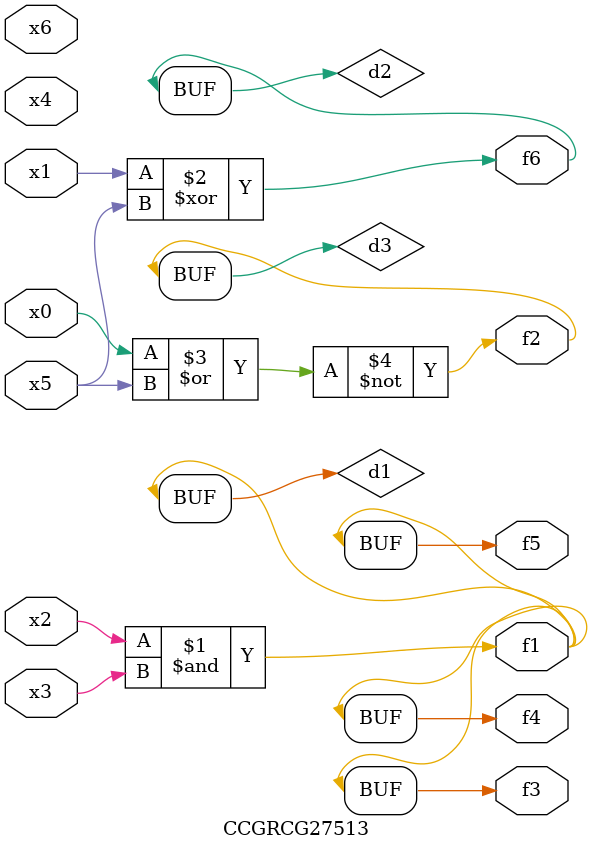
<source format=v>
module CCGRCG27513(
	input x0, x1, x2, x3, x4, x5, x6,
	output f1, f2, f3, f4, f5, f6
);

	wire d1, d2, d3;

	and (d1, x2, x3);
	xor (d2, x1, x5);
	nor (d3, x0, x5);
	assign f1 = d1;
	assign f2 = d3;
	assign f3 = d1;
	assign f4 = d1;
	assign f5 = d1;
	assign f6 = d2;
endmodule

</source>
